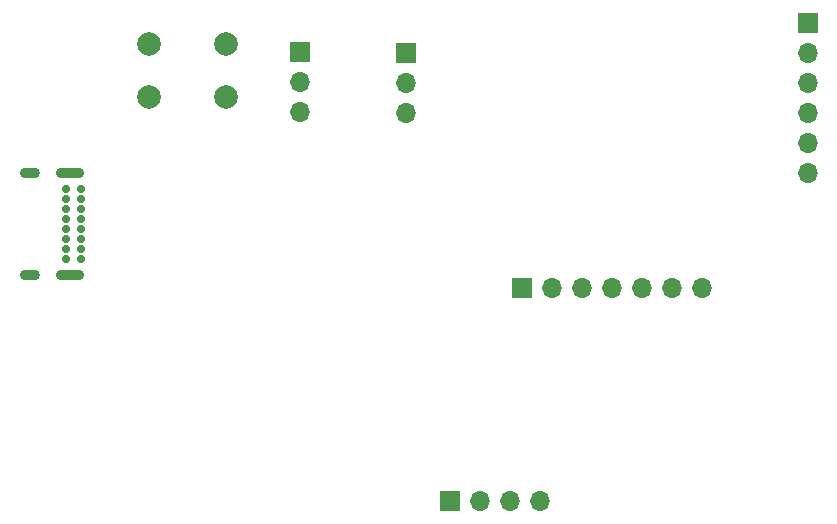
<source format=gbr>
G04 #@! TF.GenerationSoftware,KiCad,Pcbnew,8.0.4*
G04 #@! TF.CreationDate,2024-10-11T16:18:39-05:00*
G04 #@! TF.ProjectId,final_project_v0.1,66696e61-6c5f-4707-926f-6a6563745f76,rev?*
G04 #@! TF.SameCoordinates,Original*
G04 #@! TF.FileFunction,Soldermask,Bot*
G04 #@! TF.FilePolarity,Negative*
%FSLAX46Y46*%
G04 Gerber Fmt 4.6, Leading zero omitted, Abs format (unit mm)*
G04 Created by KiCad (PCBNEW 8.0.4) date 2024-10-11 16:18:39*
%MOMM*%
%LPD*%
G01*
G04 APERTURE LIST*
%ADD10R,1.700000X1.700000*%
%ADD11O,1.700000X1.700000*%
%ADD12C,2.000000*%
%ADD13C,0.700000*%
%ADD14O,2.400000X0.900000*%
%ADD15O,1.700000X0.900000*%
G04 APERTURE END LIST*
D10*
G04 #@! TO.C,MICCLK1*
X133500000Y-78000000D03*
D11*
X133500000Y-80540000D03*
X133500000Y-83080000D03*
G04 #@! TD*
D10*
G04 #@! TO.C,LCDDisplay1*
X137200000Y-116000000D03*
D11*
X139740000Y-116000000D03*
X142280000Y-116000000D03*
X144820000Y-116000000D03*
G04 #@! TD*
D10*
G04 #@! TO.C,AudioAmplifier1*
X143340000Y-97920000D03*
D11*
X145880000Y-97920000D03*
X148420000Y-97920000D03*
X150960000Y-97920000D03*
X153500000Y-97920000D03*
X156040000Y-97920000D03*
X158580000Y-97920000D03*
G04 #@! TD*
D10*
G04 #@! TO.C,DebugSerialPort1*
X167500000Y-75460000D03*
D11*
X167500000Y-78000000D03*
X167500000Y-80540000D03*
X167500000Y-83080000D03*
X167500000Y-85620000D03*
X167500000Y-88160000D03*
G04 #@! TD*
D12*
G04 #@! TO.C,SW1*
X111750000Y-77250000D03*
X118250000Y-77250000D03*
X111750000Y-81750000D03*
X118250000Y-81750000D03*
G04 #@! TD*
D10*
G04 #@! TO.C,MICDA1*
X124500000Y-77960000D03*
D11*
X124500000Y-80500000D03*
X124500000Y-83040000D03*
G04 #@! TD*
D13*
G04 #@! TO.C,J1*
X106025000Y-89525000D03*
X106025000Y-90375000D03*
X106025000Y-91225000D03*
X106025000Y-92075000D03*
X106025000Y-92925000D03*
X106025000Y-93775000D03*
X106025000Y-94625000D03*
X106025000Y-95475000D03*
X104675000Y-95475000D03*
X104675000Y-94625000D03*
X104675000Y-93775000D03*
X104675000Y-92925000D03*
X104675000Y-92075000D03*
X104675000Y-91225000D03*
X104675000Y-90375000D03*
X104675000Y-89525000D03*
D14*
X105045000Y-88175000D03*
D15*
X101665000Y-88175000D03*
D14*
X105045000Y-96825000D03*
D15*
X101665000Y-96825000D03*
G04 #@! TD*
M02*

</source>
